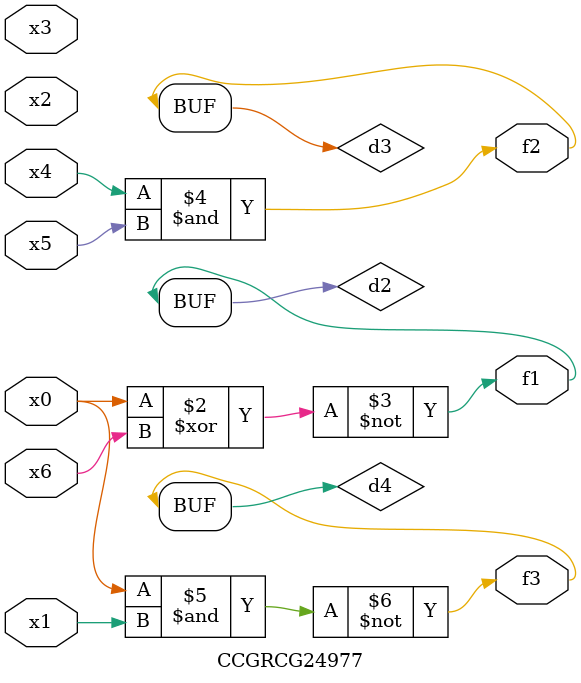
<source format=v>
module CCGRCG24977(
	input x0, x1, x2, x3, x4, x5, x6,
	output f1, f2, f3
);

	wire d1, d2, d3, d4;

	nor (d1, x0);
	xnor (d2, x0, x6);
	and (d3, x4, x5);
	nand (d4, x0, x1);
	assign f1 = d2;
	assign f2 = d3;
	assign f3 = d4;
endmodule

</source>
